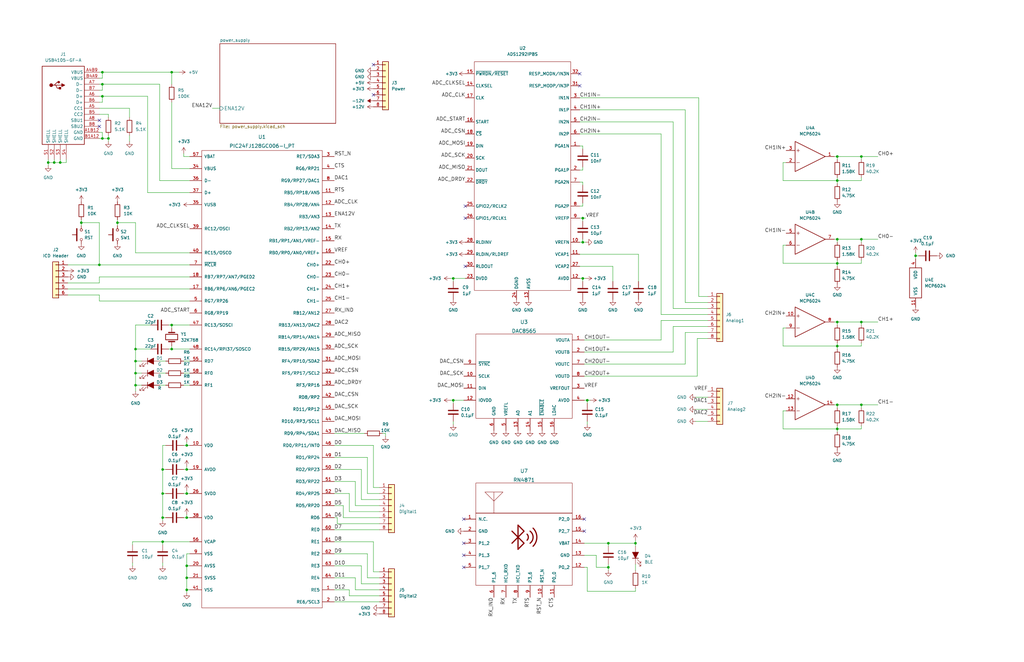
<source format=kicad_sch>
(kicad_sch (version 20211123) (generator eeschema)
  (paper "B")
  (title_block (title "USB Source/Measure Unit 2.0 Base") (date "2023-01-23") (company "Olin College"))
  (junction (at 57.15 157.48))
  (junction (at 78.74 198.12))
  (junction (at 256.54 239.395))
  (junction (at 78.74 208.28))
  (junction (at 256.54 229.235))
  (junction (at 45.72 58.42))
  (junction (at 68.58 228.6))
  (junction (at 267.97 229.235))
  (junction (at 25.4 68.58))
  (junction (at 78.74 248.92))
  (junction (at 353.06 66.04))
  (junction (at 353.06 135.89))
  (junction (at 41.91 111.76))
  (junction (at 49.53 93.98))
  (junction (at 245.745 117.475))
  (junction (at 43.18 30.48))
  (junction (at 68.58 208.28))
  (junction (at 68.58 198.12))
  (junction (at 34.29 93.98))
  (junction (at 353.06 111.125))
  (junction (at 353.06 146.05))
  (junction (at 68.58 218.44))
  (junction (at 191.135 117.475))
  (junction (at 247.65 168.91))
  (junction (at 191.135 168.91))
  (junction (at 78.74 187.96))
  (junction (at 43.18 58.42))
  (junction (at 363.22 135.89))
  (junction (at 72.39 137.16))
  (junction (at 72.39 30.48))
  (junction (at 353.06 100.965))
  (junction (at 353.06 76.2))
  (junction (at 363.22 100.965))
  (junction (at 57.15 162.56))
  (junction (at 57.15 152.4))
  (junction (at 78.74 238.76))
  (junction (at 78.74 243.84))
  (junction (at 363.22 170.815))
  (junction (at 245.745 102.235))
  (junction (at 353.06 170.815))
  (junction (at 72.39 147.32))
  (junction (at 353.06 180.975))
  (junction (at 363.22 66.04))
  (junction (at 78.74 218.44))
  (junction (at 22.86 68.58))
  (junction (at 20.32 68.58))
  (junction (at 57.15 147.32))
  (junction (at 245.745 92.075))
  (junction (at 43.18 40.64))
  (junction (at 43.18 35.56))
  (junction (at 386.08 107.95))
  (no_connect (at 195.58 239.395))
  (no_connect (at 41.91 53.34))
  (no_connect (at 41.91 50.8))
  (no_connect (at 195.58 229.235))
  (no_connect (at 195.58 219.075))
  (no_connect (at 246.38 219.075))
  (no_connect (at 246.38 224.155))
  (no_connect (at 196.215 86.995))
  (no_connect (at 196.215 112.395))
  (no_connect (at 244.475 31.115))
  (no_connect (at 244.475 36.195))
  (no_connect (at 196.215 92.075))
  (no_connect (at 157.48 27.305))
  (no_connect (at 157.48 40.005))
  (no_connect (at 195.58 234.315))
  (wire (pts (xy 78.74 186.69) (xy 78.74 187.96)))
  (wire (pts (xy 69.85 162.56) (xy 67.31 162.56)))
  (wire (pts (xy 191.135 170.18) (xy 191.135 168.91)))
  (wire (pts (xy 294.64 125.095) (xy 298.45 125.095)))
  (wire (pts (xy 363.22 135.89) (xy 363.22 137.16)))
  (wire (pts (xy 157.48 187.96) (xy 157.48 205.74)))
  (wire (pts (xy 245.745 71.755) (xy 245.745 70.485)))
  (wire (pts (xy 353.06 109.855) (xy 353.06 111.125)))
  (wire (pts (xy 45.72 49.53) (xy 45.72 48.26)))
  (wire (pts (xy 353.06 74.93) (xy 353.06 76.2)))
  (wire (pts (xy 246.38 158.75) (xy 294.005 158.75)))
  (wire (pts (xy 147.32 215.9) (xy 160.02 215.9)))
  (wire (pts (xy 77.47 208.28) (xy 78.74 208.28)))
  (wire (pts (xy 78.74 243.84) (xy 78.74 248.92)))
  (wire (pts (xy 68.58 198.12) (xy 68.58 208.28)))
  (wire (pts (xy 363.22 170.815) (xy 363.22 172.085)))
  (wire (pts (xy 154.94 243.84) (xy 160.02 243.84)))
  (wire (pts (xy 331.47 103.505) (xy 330.2 103.505)))
  (wire (pts (xy 283.845 137.795) (xy 298.45 137.795)))
  (wire (pts (xy 78.74 248.92) (xy 78.74 250.19)))
  (wire (pts (xy 351.79 66.04) (xy 353.06 66.04)))
  (wire (pts (xy 267.97 229.235) (xy 267.97 230.505)))
  (wire (pts (xy 351.79 100.965) (xy 353.06 100.965)))
  (wire (pts (xy 149.86 203.2) (xy 149.86 213.36)))
  (wire (pts (xy 27.94 68.58) (xy 25.4 68.58)))
  (wire (pts (xy 43.18 30.48) (xy 72.39 30.48)))
  (wire (pts (xy 41.91 119.38) (xy 41.91 116.84)))
  (wire (pts (xy 245.745 76.835) (xy 245.745 78.105)))
  (wire (pts (xy 353.06 135.89) (xy 363.22 135.89)))
  (wire (pts (xy 43.18 30.48) (xy 43.18 33.02)))
  (wire (pts (xy 72.39 147.32) (xy 72.39 146.05)))
  (wire (pts (xy 353.06 76.2) (xy 353.06 77.47)))
  (wire (pts (xy 57.15 137.16) (xy 57.15 147.32)))
  (wire (pts (xy 41.91 30.48) (xy 43.18 30.48)))
  (wire (pts (xy 288.925 127.635) (xy 298.45 127.635)))
  (wire (pts (xy 67.31 76.2) (xy 80.01 76.2)))
  (wire (pts (xy 69.85 157.48) (xy 67.31 157.48)))
  (wire (pts (xy 353.06 144.78) (xy 353.06 146.05)))
  (wire (pts (xy 72.39 30.48) (xy 75.565 30.48)))
  (wire (pts (xy 247.65 249.555) (xy 267.97 249.555)))
  (wire (pts (xy 43.18 40.64) (xy 43.18 43.18)))
  (wire (pts (xy 331.47 173.355) (xy 330.2 173.355)))
  (wire (pts (xy 41.91 40.64) (xy 43.18 40.64)))
  (wire (pts (xy 57.15 152.4) (xy 59.69 152.4)))
  (wire (pts (xy 288.925 46.355) (xy 288.925 127.635)))
  (wire (pts (xy 80.01 233.68) (xy 78.74 233.68)))
  (wire (pts (xy 140.97 213.36) (xy 144.78 213.36)))
  (wire (pts (xy 269.24 107.315) (xy 244.475 107.315)))
  (wire (pts (xy 41.91 58.42) (xy 43.18 58.42)))
  (wire (pts (xy 57.15 157.48) (xy 57.15 162.56)))
  (wire (pts (xy 363.22 74.93) (xy 363.22 76.2)))
  (wire (pts (xy 153.67 182.88) (xy 140.97 182.88)))
  (wire (pts (xy 331.47 138.43) (xy 330.2 138.43)))
  (wire (pts (xy 68.58 187.96) (xy 68.58 198.12)))
  (wire (pts (xy 363.22 144.78) (xy 363.22 146.05)))
  (wire (pts (xy 77.47 64.77) (xy 77.47 66.04)))
  (wire (pts (xy 49.53 92.71) (xy 49.53 93.98)))
  (wire (pts (xy 245.745 102.235) (xy 245.745 100.965)))
  (wire (pts (xy 363.22 66.04) (xy 363.22 67.31)))
  (wire (pts (xy 244.475 51.435) (xy 283.845 51.435)))
  (wire (pts (xy 293.37 172.72) (xy 298.45 172.72)))
  (wire (pts (xy 149.86 213.36) (xy 160.02 213.36)))
  (wire (pts (xy 147.32 251.46) (xy 160.02 251.46)))
  (wire (pts (xy 353.06 146.05) (xy 353.06 147.32)))
  (wire (pts (xy 283.845 148.59) (xy 283.845 137.795)))
  (wire (pts (xy 80.01 157.48) (xy 77.47 157.48)))
  (wire (pts (xy 330.2 76.2) (xy 353.06 76.2)))
  (wire (pts (xy 353.06 100.965) (xy 363.22 100.965)))
  (wire (pts (xy 54.61 49.53) (xy 54.61 45.72)))
  (wire (pts (xy 363.22 170.815) (xy 370.205 170.815)))
  (wire (pts (xy 244.475 102.235) (xy 245.745 102.235)))
  (wire (pts (xy 351.79 135.89) (xy 353.06 135.89)))
  (wire (pts (xy 28.575 119.38) (xy 41.91 119.38)))
  (wire (pts (xy 72.39 71.12) (xy 72.39 43.18)))
  (wire (pts (xy 256.54 229.235) (xy 267.97 229.235)))
  (wire (pts (xy 71.12 137.16) (xy 72.39 137.16)))
  (wire (pts (xy 140.97 208.28) (xy 147.32 208.28)))
  (wire (pts (xy 142.24 218.44) (xy 142.24 220.98)))
  (wire (pts (xy 245.745 86.995) (xy 245.745 85.725)))
  (wire (pts (xy 78.74 233.68) (xy 78.74 238.76)))
  (wire (pts (xy 353.06 170.815) (xy 353.06 172.085)))
  (wire (pts (xy 288.925 140.335) (xy 298.45 140.335)))
  (wire (pts (xy 246.38 153.67) (xy 288.925 153.67)))
  (wire (pts (xy 54.61 57.15) (xy 54.61 59.69)))
  (wire (pts (xy 80.01 243.84) (xy 78.74 243.84)))
  (wire (pts (xy 244.475 41.275) (xy 294.64 41.275)))
  (wire (pts (xy 57.15 137.16) (xy 63.5 137.16)))
  (wire (pts (xy 49.53 93.98) (xy 57.15 93.98)))
  (wire (pts (xy 244.475 71.755) (xy 245.745 71.755)))
  (wire (pts (xy 267.97 238.125) (xy 267.97 240.665)))
  (wire (pts (xy 57.15 162.56) (xy 59.69 162.56)))
  (wire (pts (xy 245.745 102.235) (xy 247.015 102.235)))
  (wire (pts (xy 55.88 237.49) (xy 55.88 238.76)))
  (wire (pts (xy 363.22 180.975) (xy 353.06 180.975)))
  (wire (pts (xy 269.24 118.745) (xy 269.24 107.315)))
  (wire (pts (xy 68.58 187.96) (xy 69.85 187.96)))
  (wire (pts (xy 140.97 228.6) (xy 157.48 228.6)))
  (wire (pts (xy 78.74 208.28) (xy 80.01 208.28)))
  (wire (pts (xy 140.97 187.96) (xy 157.48 187.96)))
  (wire (pts (xy 247.65 177.8) (xy 247.65 179.07)))
  (wire (pts (xy 140.97 223.52) (xy 160.02 223.52)))
  (wire (pts (xy 363.22 109.855) (xy 363.22 111.125)))
  (wire (pts (xy 363.22 135.89) (xy 370.205 135.89)))
  (wire (pts (xy 63.5 147.32) (xy 57.15 147.32)))
  (wire (pts (xy 256.54 239.395) (xy 256.54 240.665)))
  (wire (pts (xy 140.97 248.92) (xy 147.32 248.92)))
  (wire (pts (xy 244.475 76.835) (xy 245.745 76.835)))
  (wire (pts (xy 149.86 243.84) (xy 149.86 248.92)))
  (wire (pts (xy 144.78 213.36) (xy 144.78 218.44)))
  (wire (pts (xy 72.39 35.56) (xy 72.39 30.48)))
  (wire (pts (xy 154.94 193.04) (xy 154.94 208.28)))
  (wire (pts (xy 191.135 177.8) (xy 191.135 179.07)))
  (wire (pts (xy 256.54 230.505) (xy 256.54 229.235)))
  (wire (pts (xy 293.37 167.64) (xy 298.45 167.64)))
  (wire (pts (xy 386.08 106.68) (xy 386.08 107.95)))
  (wire (pts (xy 57.15 147.32) (xy 57.15 152.4)))
  (wire (pts (xy 69.85 218.44) (xy 68.58 218.44)))
  (wire (pts (xy 55.88 229.87) (xy 55.88 228.6)))
  (wire (pts (xy 41.91 38.1) (xy 43.18 38.1)))
  (wire (pts (xy 353.06 179.705) (xy 353.06 180.975)))
  (wire (pts (xy 353.06 111.125) (xy 353.06 112.395)))
  (wire (pts (xy 80.01 127) (xy 41.91 127)))
  (wire (pts (xy 330.2 138.43) (xy 330.2 146.05)))
  (wire (pts (xy 68.58 228.6) (xy 80.01 228.6)))
  (wire (pts (xy 353.06 66.04) (xy 353.06 67.31)))
  (wire (pts (xy 293.37 177.8) (xy 298.45 177.8)))
  (wire (pts (xy 80.01 152.4) (xy 77.47 152.4)))
  (wire (pts (xy 162.56 182.88) (xy 162.56 184.15)))
  (wire (pts (xy 78.74 198.12) (xy 80.01 198.12)))
  (wire (pts (xy 41.91 55.88) (xy 43.18 55.88)))
  (wire (pts (xy 77.47 198.12) (xy 78.74 198.12)))
  (wire (pts (xy 25.4 67.31) (xy 25.4 68.58)))
  (wire (pts (xy 331.47 68.58) (xy 330.2 68.58)))
  (wire (pts (xy 78.74 218.44) (xy 80.01 218.44)))
  (wire (pts (xy 247.65 239.395) (xy 247.65 249.555)))
  (wire (pts (xy 69.85 198.12) (xy 68.58 198.12)))
  (wire (pts (xy 330.2 103.505) (xy 330.2 111.125)))
  (wire (pts (xy 80.01 71.12) (xy 72.39 71.12)))
  (wire (pts (xy 72.39 147.32) (xy 80.01 147.32)))
  (wire (pts (xy 246.38 229.235) (xy 256.54 229.235)))
  (wire (pts (xy 57.15 152.4) (xy 57.15 157.48)))
  (wire (pts (xy 49.53 93.98) (xy 49.53 95.25)))
  (wire (pts (xy 71.12 147.32) (xy 72.39 147.32)))
  (wire (pts (xy 278.765 135.255) (xy 298.45 135.255)))
  (wire (pts (xy 78.74 238.76) (xy 78.74 243.84)))
  (wire (pts (xy 363.22 100.965) (xy 370.205 100.965)))
  (wire (pts (xy 41.91 35.56) (xy 43.18 35.56)))
  (wire (pts (xy 28.575 121.92) (xy 80.01 121.92)))
  (wire (pts (xy 57.15 106.68) (xy 80.01 106.68)))
  (wire (pts (xy 353.06 66.04) (xy 363.22 66.04)))
  (wire (pts (xy 80.01 248.92) (xy 78.74 248.92)))
  (wire (pts (xy 157.48 205.74) (xy 160.02 205.74)))
  (wire (pts (xy 77.47 66.04) (xy 80.01 66.04)))
  (wire (pts (xy 77.47 187.96) (xy 78.74 187.96)))
  (wire (pts (xy 41.91 124.46) (xy 28.575 124.46)))
  (wire (pts (xy 140.97 203.2) (xy 149.86 203.2)))
  (wire (pts (xy 142.24 220.98) (xy 160.02 220.98)))
  (wire (pts (xy 152.4 210.82) (xy 160.02 210.82)))
  (wire (pts (xy 45.72 57.15) (xy 45.72 58.42)))
  (wire (pts (xy 330.2 146.05) (xy 353.06 146.05)))
  (wire (pts (xy 54.61 45.72) (xy 41.91 45.72)))
  (wire (pts (xy 41.91 111.76) (xy 80.01 111.76)))
  (wire (pts (xy 147.32 208.28) (xy 147.32 215.9)))
  (wire (pts (xy 22.86 67.31) (xy 22.86 68.58)))
  (wire (pts (xy 149.86 248.92) (xy 160.02 248.92)))
  (wire (pts (xy 78.74 207.01) (xy 78.74 208.28)))
  (wire (pts (xy 247.65 170.18) (xy 247.65 168.91)))
  (wire (pts (xy 353.06 100.965) (xy 353.06 102.235)))
  (wire (pts (xy 157.48 241.3) (xy 160.02 241.3)))
  (wire (pts (xy 67.31 35.56) (xy 67.31 76.2)))
  (wire (pts (xy 330.2 111.125) (xy 353.06 111.125)))
  (wire (pts (xy 68.58 229.87) (xy 68.58 228.6)))
  (wire (pts (xy 20.32 67.31) (xy 20.32 68.58)))
  (wire (pts (xy 353.06 180.975) (xy 353.06 182.245)))
  (wire (pts (xy 363.22 146.05) (xy 353.06 146.05)))
  (wire (pts (xy 245.745 61.595) (xy 245.745 62.865)))
  (wire (pts (xy 294.005 158.75) (xy 294.005 142.875)))
  (wire (pts (xy 77.47 218.44) (xy 78.74 218.44)))
  (wire (pts (xy 191.135 117.475) (xy 196.215 117.475)))
  (wire (pts (xy 244.475 92.075) (xy 245.745 92.075)))
  (wire (pts (xy 78.74 196.85) (xy 78.74 198.12)))
  (wire (pts (xy 59.69 157.48) (xy 57.15 157.48)))
  (wire (pts (xy 246.38 234.315) (xy 251.46 234.315)))
  (wire (pts (xy 55.88 228.6) (xy 68.58 228.6)))
  (wire (pts (xy 89.535 45.72) (xy 92.71 45.72)))
  (wire (pts (xy 25.4 68.58) (xy 22.86 68.58)))
  (wire (pts (xy 245.745 92.075) (xy 245.745 93.345)))
  (wire (pts (xy 68.58 237.49) (xy 68.58 238.76)))
  (wire (pts (xy 41.91 33.02) (xy 43.18 33.02)))
  (wire (pts (xy 140.97 233.68) (xy 154.94 233.68)))
  (wire (pts (xy 246.38 143.51) (xy 278.765 143.51)))
  (wire (pts (xy 45.72 58.42) (xy 45.72 59.69)))
  (wire (pts (xy 69.85 208.28) (xy 68.58 208.28)))
  (wire (pts (xy 294.64 41.275) (xy 294.64 125.095)))
  (wire (pts (xy 278.765 56.515) (xy 278.765 132.715)))
  (wire (pts (xy 386.08 107.95) (xy 387.35 107.95)))
  (wire (pts (xy 251.46 239.395) (xy 256.54 239.395)))
  (wire (pts (xy 294.005 142.875) (xy 298.45 142.875)))
  (wire (pts (xy 245.745 117.475) (xy 247.015 117.475)))
  (wire (pts (xy 69.85 152.4) (xy 67.31 152.4)))
  (wire (pts (xy 43.18 40.64) (xy 62.23 40.64)))
  (wire (pts (xy 68.58 208.28) (xy 68.58 218.44)))
  (wire (pts (xy 256.54 238.125) (xy 256.54 239.395)))
  (wire (pts (xy 244.475 86.995) (xy 245.745 86.995)))
  (wire (pts (xy 140.97 238.76) (xy 152.4 238.76)))
  (wire (pts (xy 330.2 68.58) (xy 330.2 76.2)))
  (wire (pts (xy 72.39 138.43) (xy 72.39 137.16)))
  (wire (pts (xy 41.91 43.18) (xy 43.18 43.18)))
  (wire (pts (xy 278.765 132.715) (xy 298.45 132.715)))
  (wire (pts (xy 80.01 238.76) (xy 78.74 238.76)))
  (wire (pts (xy 258.445 112.395) (xy 244.475 112.395)))
  (wire (pts (xy 246.38 239.395) (xy 247.65 239.395)))
  (wire (pts (xy 157.48 228.6) (xy 157.48 241.3)))
  (wire (pts (xy 147.32 248.92) (xy 147.32 251.46)))
  (wire (pts (xy 267.97 227.965) (xy 267.97 229.235)))
  (wire (pts (xy 43.18 35.56) (xy 43.18 38.1)))
  (wire (pts (xy 154.94 233.68) (xy 154.94 243.84)))
  (wire (pts (xy 244.475 117.475) (xy 245.745 117.475)))
  (wire (pts (xy 43.18 55.88) (xy 43.18 58.42)))
  (wire (pts (xy 41.91 48.26) (xy 45.72 48.26)))
  (wire (pts (xy 363.22 66.04) (xy 370.205 66.04)))
  (wire (pts (xy 68.58 218.44) (xy 68.58 219.71)))
  (wire (pts (xy 267.97 249.555) (xy 267.97 248.285)))
  (wire (pts (xy 191.135 168.91) (xy 195.58 168.91)))
  (wire (pts (xy 41.91 127) (xy 41.91 124.46)))
  (wire (pts (xy 189.865 168.91) (xy 191.135 168.91)))
  (wire (pts (xy 353.06 135.89) (xy 353.06 137.16)))
  (wire (pts (xy 34.29 92.71) (xy 34.29 93.98)))
  (wire (pts (xy 244.475 46.355) (xy 288.925 46.355)))
  (wire (pts (xy 330.2 173.355) (xy 330.2 180.975)))
  (wire (pts (xy 246.38 168.91) (xy 247.65 168.91)))
  (wire (pts (xy 189.865 117.475) (xy 191.135 117.475)))
  (wire (pts (xy 258.445 118.745) (xy 258.445 112.395)))
  (wire (pts (xy 27.94 67.31) (xy 27.94 68.58)))
  (wire (pts (xy 330.2 180.975) (xy 353.06 180.975)))
  (wire (pts (xy 78.74 217.17) (xy 78.74 218.44)))
  (wire (pts (xy 246.38 148.59) (xy 283.845 148.59)))
  (wire (pts (xy 140.97 193.04) (xy 154.94 193.04)))
  (wire (pts (xy 43.18 58.42) (xy 45.72 58.42)))
  (wire (pts (xy 41.91 116.84) (xy 80.01 116.84)))
  (wire (pts (xy 251.46 234.315) (xy 251.46 239.395)))
  (wire (pts (xy 62.23 40.64) (xy 62.23 81.28)))
  (wire (pts (xy 72.39 137.16) (xy 80.01 137.16)))
  (wire (pts (xy 244.475 61.595) (xy 245.745 61.595)))
  (wire (pts (xy 43.18 35.56) (xy 67.31 35.56)))
  (wire (pts (xy 245.745 92.075) (xy 247.015 92.075)))
  (wire (pts (xy 140.97 243.84) (xy 149.86 243.84)))
  (wire (pts (xy 152.4 246.38) (xy 160.02 246.38)))
  (wire (pts (xy 144.78 218.44) (xy 160.02 218.44)))
  (wire (pts (xy 140.97 198.12) (xy 152.4 198.12)))
  (wire (pts (xy 283.845 130.175) (xy 298.45 130.175)))
  (wire (pts (xy 78.74 187.96) (xy 80.01 187.96)))
  (wire (pts (xy 353.06 170.815) (xy 363.22 170.815)))
  (wire (pts (xy 80.01 162.56) (xy 77.47 162.56)))
  (wire (pts (xy 386.08 107.95) (xy 386.08 109.22)))
  (wire (pts (xy 140.97 254) (xy 160.02 254)))
  (wire (pts (xy 247.65 168.91) (xy 248.92 168.91)))
  (wire (pts (xy 28.575 111.76) (xy 41.91 111.76)))
  (wire (pts (xy 140.97 218.44) (xy 142.24 218.44)))
  (wire (pts (xy 161.29 182.88) (xy 162.56 182.88)))
  (wire (pts (xy 191.135 117.475) (xy 191.135 118.745)))
  (wire (pts (xy 62.23 81.28) (xy 80.01 81.28)))
  (wire (pts (xy 363.22 76.2) (xy 353.06 76.2)))
  (wire (pts (xy 154.94 208.28) (xy 160.02 208.28)))
  (wire (pts (xy 41.91 93.98) (xy 41.91 111.76)))
  (wire (pts (xy 363.22 100.965) (xy 363.22 102.235)))
  (wire (pts (xy 278.765 143.51) (xy 278.765 135.255)))
  (wire (pts (xy 351.79 170.815) (xy 353.06 170.815)))
  (wire (pts (xy 244.475 56.515) (xy 278.765 56.515)))
  (wire (pts (xy 363.22 111.125) (xy 353.06 111.125)))
  (wire (pts (xy 152.4 238.76) (xy 152.4 246.38)))
  (wire (pts (xy 20.32 68.58) (xy 22.86 68.58)))
  (wire (pts (xy 152.4 198.12) (xy 152.4 210.82)))
  (wire (pts (xy 34.29 93.98) (xy 34.29 95.25)))
  (wire (pts (xy 288.925 153.67) (xy 288.925 140.335)))
  (wire (pts (xy 57.15 93.98) (xy 57.15 106.68)))
  (wire (pts (xy 57.15 162.56) (xy 57.15 165.1)))
  (wire (pts (xy 34.29 93.98) (xy 41.91 93.98)))
  (wire (pts (xy 283.845 51.435) (xy 283.845 130.175)))
  (wire (pts (xy 245.745 117.475) (xy 245.745 118.745)))
  (wire (pts (xy 20.32 68.58) (xy 20.32 69.85)))
  (wire (pts (xy 363.22 179.705) (xy 363.22 180.975)))
  (label "DAC_MISO" (at 140.97 182.88 0) (effects (font (size 1.524 1.524))))
  (label "ADC_START" (at 196.215 51.435 180) (effects (font (size 1.524 1.524))))
  (label "D9" (at 140.97 233.68 0) (effects (font (size 1.524 1.524))))
  (label "D13" (at 140.97 254 0) (effects (font (size 1.524 1.524))))
  (label "DAC1" (at 298.45 170.18 180) (effects (font (size 1.524 1.524))))
  (label "CH2IN-" (at 244.475 51.435 0) (effects (font (size 1.524 1.524))))
  (label "CH0+" (at 140.97 111.76 0) (effects (font (size 1.524 1.524))))
  (label "CH2IN+" (at 244.475 56.515 0) (effects (font (size 1.524 1.524))))
  (label "DAC2" (at 140.97 137.16 0) (effects (font (size 1.524 1.524))))
  (label "RX" (at 140.97 101.6 0) (effects (font (size 1.524 1.524))))
  (label "ADC_MISO" (at 196.215 71.755 180) (effects (font (size 1.524 1.524))))
  (label "ADC_CLK" (at 140.97 86.36 0) (effects (font (size 1.524 1.524))))
  (label "D7" (at 140.97 223.52 0) (effects (font (size 1.524 1.524))))
  (label "VREF" (at 247.015 92.075 0) (effects (font (size 1.524 1.524))))
  (label "DAC_SCK" (at 195.58 158.75 180) (effects (font (size 1.524 1.524))))
  (label "DAC_CSN" (at 140.97 167.64 0) (effects (font (size 1.524 1.524))))
  (label "CH1IN-" (at 244.475 41.275 0) (effects (font (size 1.524 1.524))))
  (label "ADC_CLKSEL" (at 196.215 36.195 180) (effects (font (size 1.524 1.524))))
  (label "DAC_SCK" (at 140.97 172.72 0) (effects (font (size 1.524 1.524))))
  (label "D12" (at 140.97 248.92 0) (effects (font (size 1.524 1.524))))
  (label "TX" (at 140.97 96.52 0) (effects (font (size 1.524 1.524))))
  (label "D0" (at 140.97 187.96 0) (effects (font (size 1.524 1.524))))
  (label "DAC_MOSI" (at 195.58 163.83 180) (effects (font (size 1.524 1.524))))
  (label "RTS" (at 140.97 81.28 0) (effects (font (size 1.524 1.524))))
  (label "D4" (at 140.97 208.28 0) (effects (font (size 1.524 1.524))))
  (label "RX_IND" (at 208.28 252.095 270) (effects (font (size 1.524 1.524))))
  (label "ADC_CSN" (at 140.97 157.48 0) (effects (font (size 1.524 1.524))))
  (label "CH1-" (at 140.97 127 0) (effects (font (size 1.524 1.524))))
  (label "DAC2" (at 298.45 175.26 180) (effects (font (size 1.524 1.524))))
  (label "CH1IN+" (at 331.47 63.5 180) (effects (font (size 1.524 1.524))))
  (label "VREF" (at 140.97 106.68 0) (effects (font (size 1.524 1.524))))
  (label "D10" (at 140.97 238.76 0) (effects (font (size 1.524 1.524))))
  (label "CTS" (at 233.68 252.095 270) (effects (font (size 1.524 1.524))))
  (label "VREF" (at 246.38 163.83 0) (effects (font (size 1.524 1.524))))
  (label "CH1IN+" (at 244.475 46.355 0) (effects (font (size 1.524 1.524))))
  (label "D8" (at 140.97 228.6 0) (effects (font (size 1.524 1.524))))
  (label "CH0+" (at 370.205 66.04 0) (effects (font (size 1.524 1.524))))
  (label "RST_N" (at 228.6 252.095 270) (effects (font (size 1.524 1.524))))
  (label "CH1+" (at 140.97 121.92 0) (effects (font (size 1.524 1.524))))
  (label "RST_N" (at 140.97 66.04 0) (effects (font (size 1.524 1.524))))
  (label "CH2OUT+" (at 246.38 158.75 0) (effects (font (size 1.524 1.524))))
  (label "CH0-" (at 370.205 100.965 0) (effects (font (size 1.524 1.524))))
  (label "CTS" (at 140.97 71.12 0) (effects (font (size 1.524 1.524))))
  (label "CH2IN+" (at 331.47 133.35 180) (effects (font (size 1.524 1.524))))
  (label "CH1-" (at 370.205 170.815 0) (effects (font (size 1.524 1.524))))
  (label "ENA12V" (at 89.535 45.72 180) (effects (font (size 1.524 1.524))))
  (label "ADC_CSN" (at 196.215 56.515 180) (effects (font (size 1.524 1.524))))
  (label "ADC_CLKSEL" (at 80.01 96.52 180) (effects (font (size 1.524 1.524))))
  (label "D11" (at 140.97 243.84 0) (effects (font (size 1.524 1.524))))
  (label "RTS" (at 223.52 252.095 270) (effects (font (size 1.524 1.524))))
  (label "CH0-" (at 140.97 116.84 0) (effects (font (size 1.524 1.524))))
  (label "TX" (at 218.44 252.095 270) (effects (font (size 1.524 1.524))))
  (label "CH2IN-" (at 331.47 168.275 180) (effects (font (size 1.524 1.524))))
  (label "ENA12V" (at 140.97 91.44 0) (effects (font (size 1.524 1.524))))
  (label "ADC_SCK" (at 196.215 66.675 180) (effects (font (size 1.524 1.524))))
  (label "ADC_CLK" (at 196.215 41.275 180) (effects (font (size 1.524 1.524))))
  (label "CH2OUT-" (at 246.38 153.67 0) (effects (font (size 1.524 1.524))))
  (label "ADC_DRDY" (at 196.215 76.835 180) (effects (font (size 1.524 1.524))))
  (label "ADC_START" (at 80.01 132.08 180) (effects (font (size 1.524 1.524))))
  (label "D2" (at 140.97 198.12 0) (effects (font (size 1.524 1.524))))
  (label "ADC_SCK" (at 140.97 147.32 0) (effects (font (size 1.524 1.524))))
  (label "CH1OUT+" (at 246.38 148.59 0) (effects (font (size 1.524 1.524))))
  (label "ADC_MOSI" (at 140.97 152.4 0) (effects (font (size 1.524 1.524))))
  (label "D1" (at 140.97 193.04 0) (effects (font (size 1.524 1.524))))
  (label "ADC_MISO" (at 140.97 142.24 0) (effects (font (size 1.524 1.524))))
  (label "CH1OUT-" (at 246.38 143.51 0) (effects (font (size 1.524 1.524))))
  (label "DAC1" (at 140.97 76.2 0) (effects (font (size 1.524 1.524))))
  (label "RX" (at 213.36 252.095 270) (effects (font (size 1.524 1.524))))
  (label "ADC_MOSI" (at 196.215 61.595 180) (effects (font (size 1.524 1.524))))
  (label "VREF" (at 298.45 165.1 180) (effects (font (size 1.524 1.524))))
  (label "DAC_MOSI" (at 140.97 177.8 0) (effects (font (size 1.524 1.524))))
  (label "DAC_CSN" (at 195.58 153.67 180) (effects (font (size 1.524 1.524))))
  (label "D6" (at 140.97 218.44 0) (effects (font (size 1.524 1.524))))
  (label "CH1+" (at 370.205 135.89 0) (effects (font (size 1.524 1.524))))
  (label "RX_IND" (at 140.97 132.08 0) (effects (font (size 1.524 1.524))))
  (label "D3" (at 140.97 203.2 0) (effects (font (size 1.524 1.524))))
  (label "ADC_DRDY" (at 140.97 162.56 0) (effects (font (size 1.524 1.524))))
  (label "CH1IN-" (at 331.47 98.425 180) (effects (font (size 1.524 1.524))))
  (label "D5" (at 140.97 213.36 0) (effects (font (size 1.524 1.524))))
  (symbol (lib_id "Device:C") (at 245.745 81.915 0) (unit 1)
    (property "Reference" "C12" (at 248.92 80.6449 0) (effects (justify left)))
    (property "Value" "10nF" (at 248.92 83.1849 0) (effects (justify left)))
    (property "Footprint" "Capacitor_SMD:C_0603_1608Metric" (effects hide))
  )
  (symbol (lib_id "power:GND") (at 68.58 238.76 0) (unit 1)
    (property "Reference" "#PWR013" (effects hide))
    (property "Value" "GND" (at 68.58 243.84 0))
  )
  (symbol (lib_id "Device:R") (at 353.06 140.97 0) (unit 1)
    (property "Reference" "R15" (at 354.965 139.6999 0) (effects (justify left)))
    (property "Value" "1.58K" (at 354.965 142.2399 0) (effects (justify left)))
    (property "Footprint" "Resistor_SMD:R_0603_1608Metric" (effects hide))
  )
  (symbol (lib_id "power:+3V3") (at 34.29 85.09 0) (unit 1)
    (property "Reference" "#PWR04" (effects hide))
    (property "Value" "+3V3" (at 34.29 80.01 0))
  )
  (symbol (lib_id "power:GND") (at 353.06 189.865 0) (unit 1)
    (property "Reference" "#PWR062" (effects hide))
    (property "Value" "GND" (at 353.06 194.31 0))
  )
  (symbol (lib_id "Eclectronics:MCP6024") (at 340.36 100.965 0) (unit 2)
    (property "Reference" "U4" (at 341.63 89.535 0))
    (property "Value" "MCP6024" (at 341.63 92.075 0))
    (property "Footprint" "Package_SO:TSSOP-14_4.4x5mm_P0.65mm" (effects hide))
  )
  (symbol (lib_id "Eclectronics:MCP6024") (at 340.36 135.89 0) (unit 3)
    (property "Reference" "U4" (at 341.63 124.46 0))
    (property "Value" "MCP6024" (at 341.63 127 0))
    (property "Footprint" "Package_SO:TSSOP-14_4.4x5mm_P0.65mm" (effects hide))
  )
  (symbol (lib_id "Eclectronics:MCP6024") (at 386.08 119.38 0) (unit 5)
    (property "Reference" "U4" (at 389.89 118.1099 0) (effects (justify left)))
    (property "Value" "MCP6024" (at 389.89 120.6499 0) (effects (justify left)))
    (property "Footprint" "Package_SO:TSSOP-14_4.4x5mm_P0.65mm" (effects hide))
  )
  (symbol (lib_id "Device:R") (at 353.06 175.895 0) (unit 1)
    (property "Reference" "R17" (at 354.965 174.6249 0) (effects (justify left)))
    (property "Value" "1.58K" (at 354.965 177.1649 0) (effects (justify left)))
    (property "Footprint" "Resistor_SMD:R_0603_1608Metric" (effects hide))
  )
  (symbol (lib_id "Device:R") (at 363.22 106.045 0) (unit 1)
    (property "Reference" "R20" (at 365.125 104.7749 0) (effects (justify left)))
    (property "Value" "40.2K" (at 365.125 107.3149 0) (effects (justify left)))
    (property "Footprint" "Resistor_SMD:R_0603_1608Metric" (effects hide))
  )
  (symbol (lib_id "Device:R") (at 353.06 116.205 0) (unit 1)
    (property "Reference" "R14" (at 354.965 114.9349 0) (effects (justify left)))
    (property "Value" "4.75K" (at 354.965 117.4749 0) (effects (justify left)))
    (property "Footprint" "Resistor_SMD:R_0603_1608Metric" (effects hide))
  )
  (symbol (lib_id "power:+3V3") (at 160.02 259.08 90) (unit 1)
    (property "Reference" "#PWR029" (effects hide))
    (property "Value" "+3V3" (at 156.21 259.0799 90) (effects (justify left)))
  )
  (symbol (lib_id "Device:R") (at 72.39 39.37 0) (unit 1)
    (property "Reference" "R5" (at 74.93 38.0999 0) (effects (justify left)))
    (property "Value" "100K" (at 74.93 40.6399 0) (effects (justify left)))
    (property "Footprint" "Resistor_SMD:R_0603_1608Metric" (effects hide))
  )
  (symbol (lib_id "power:GND") (at 45.72 59.69 0) (unit 1)
    (property "Reference" "#PWR06" (effects hide))
    (property "Value" "GND" (at 45.72 64.77 0))
  )
  (symbol (lib_id "power:GND") (at 386.08 129.54 0) (unit 1)
    (property "Reference" "#PWR064" (effects hide))
    (property "Value" "GND" (at 386.08 134.62 0))
  )
  (symbol (lib_id "power:+3V3") (at 189.865 168.91 90) (unit 1)
    (property "Reference" "#PWR032" (effects hide))
    (property "Value" "+3V3" (at 186.055 168.9099 90) (effects (justify left)))
  )
  (symbol (lib_id "power:GND") (at 208.28 181.61 0) (unit 1)
    (property "Reference" "#PWR039" (effects hide))
    (property "Value" "GND" (at 208.28 186.69 0))
  )
  (symbol (lib_id "power:+3V3") (at 157.48 37.465 90) (unit 1)
    (property "Reference" "#PWR025" (effects hide))
    (property "Value" "+3V3" (at 153.67 37.4649 90) (effects (justify left)))
  )
  (symbol (lib_id "power:+3V3") (at 196.215 107.315 90) (unit 1)
    (property "Reference" "#PWR038" (effects hide))
    (property "Value" "+3V3" (at 193.04 107.3149 90) (effects (justify left)))
  )
  (symbol (lib_id "power:GND") (at 269.24 126.365 0) (unit 1)
    (property "Reference" "#PWR055" (effects hide))
    (property "Value" "GND" (at 269.24 130.81 0))
  )
  (symbol (lib_id "power:+3V3") (at 80.01 86.36 90) (unit 1)
    (property "Reference" "#PWR021" (effects hide))
    (property "Value" "+3V3" (at 76.2 86.3599 90) (effects (justify left)))
  )
  (symbol (lib_id "power:+5V") (at 157.48 34.925 90) (unit 1)
    (property "Reference" "#PWR024" (effects hide))
    (property "Value" "+5V" (at 153.67 34.9249 90) (effects (justify left)))
  )
  (symbol (lib_id "Device:R") (at 353.06 106.045 0) (unit 1)
    (property "Reference" "R13" (at 354.965 104.7749 0) (effects (justify left)))
    (property "Value" "1.58K" (at 354.965 107.3149 0) (effects (justify left)))
    (property "Footprint" "Resistor_SMD:R_0603_1608Metric" (effects hide))
  )
  (symbol (lib_id "Connector_Generic:Conn_01x08") (at 162.56 34.925 0) (unit 1)
    (property "Reference" "J3" (at 165.1 34.9249 0) (effects (justify left)))
    (property "Value" "Power" (at 165.1 37.4649 0) (effects (justify left)))
    (property "Footprint" "Connector_PinSocket_2.54mm:PinSocket_1x08_P2.54mm_Vertical" (effects hide))
  )
  (symbol (lib_id "Device:C") (at 73.66 187.96 90) (unit 1)
    (property "Reference" "C5" (at 73.66 181.61 90))
    (property "Value" "0.1µF" (at 73.66 184.15 90))
    (property "Footprint" "Capacitor_SMD:C_0603_1608Metric" (effects hide))
  )
  (symbol (lib_id "power:+3V3") (at 28.575 114.3 270) (unit 1)
    (property "Reference" "#PWR02" (effects hide))
    (property "Value" "+3V3" (at 32.385 114.2999 90) (effects (justify left)))
  )
  (symbol (lib_id "power:+12V") (at 157.48 45.085 90) (unit 1)
    (property "Reference" "#PWR026" (effects hide))
    (property "Value" "+12V" (at 153.67 45.0849 90) (effects (justify left)))
  )
  (symbol (lib_id "power:GND") (at 247.015 102.235 90) (unit 1)
    (property "Reference" "#PWR048" (effects hide))
    (property "Value" "GND" (at 250.19 102.2349 90) (effects (justify right)))
  )
  (symbol (lib_id "power:+3V3") (at 196.215 102.235 90) (unit 1)
    (property "Reference" "#PWR037" (effects hide))
    (property "Value" "+3V3" (at 193.04 102.2349 90) (effects (justify left)))
  )
  (symbol (lib_id "power:GND") (at 353.06 154.94 0) (unit 1)
    (property "Reference" "#PWR061" (effects hide))
    (property "Value" "GND" (at 353.06 159.385 0))
  )
  (symbol (lib_id "power:GND") (at 191.135 179.07 0) (unit 1)
    (property "Reference" "#PWR034" (effects hide))
    (property "Value" "GND" (at 191.135 183.515 0))
  )
  (symbol (lib_id "Device:LED_Filled") (at 63.5 152.4 0) (unit 1)
    (property "Reference" "D1" (at 67.31 151.13 0))
    (property "Value" "G" (at 67.31 153.67 0))
    (property "Footprint" "LED_SMD:LED_0805_2012Metric" (effects hide))
  )
  (symbol (lib_id "Device:C") (at 191.135 122.555 0) (unit 1)
    (property "Reference" "C9" (at 194.945 121.2849 0) (effects (justify left)))
    (property "Value" "1µF" (at 194.945 123.8249 0) (effects (justify left)))
    (property "Footprint" "Capacitor_SMD:C_0603_1608Metric" (effects hide))
  )
  (symbol (lib_id "Device:R") (at 73.66 162.56 90) (unit 1)
    (property "Reference" "R8" (at 78.74 158.75 90))
    (property "Value" "1K" (at 78.74 161.29 90))
    (property "Footprint" "Resistor_SMD:R_0603_1608Metric" (effects hide))
  )
  (symbol (lib_id "power:GND") (at 213.36 181.61 0) (unit 1)
    (property "Reference" "#PWR040" (effects hide))
    (property "Value" "GND" (at 213.36 186.69 0))
  )
  (symbol (lib_id "Device:R") (at 363.22 140.97 0) (unit 1)
    (property "Reference" "R21" (at 365.125 139.6999 0) (effects (justify left)))
    (property "Value" "40.2K" (at 365.125 142.2399 0) (effects (justify left)))
    (property "Footprint" "Resistor_SMD:R_0603_1608Metric" (effects hide))
  )
  (symbol (lib_id "power:GND") (at 191.135 126.365 0) (unit 1)
    (property "Reference" "#PWR033" (effects hide))
    (property "Value" "GND" (at 191.135 130.81 0))
  )
  (symbol (lib_id "power:GND") (at 228.6 181.61 0) (unit 1)
    (property "Reference" "#PWR045" (effects hide))
    (property "Value" "GND" (at 228.6 186.69 0))
  )
  (symbol (lib_id "Connector_Generic:Conn_01x06") (at 23.495 116.84 0) (mirror y) (unit 1)
    (property "Reference" "J2" (at 23.495 105.41 0))
    (property "Value" "ICD Header" (at 23.495 107.95 0))
    (property "Footprint" "Eclectronics:ICD3_header" (effects hide))
  )
  (symbol (lib_id "Device:C") (at 258.445 122.555 0) (unit 1)
    (property "Reference" "C17" (at 262.255 121.2849 0) (effects (justify left)))
    (property "Value" "1µF" (at 262.255 123.8249 0) (effects (justify left)))
    (property "Footprint" "Capacitor_SMD:C_0603_1608Metric" (effects hide))
  )
  (symbol (lib_id "Device:C") (at 245.745 122.555 0) (unit 1)
    (property "Reference" "C14" (at 249.555 121.2849 0) (effects (justify left)))
    (property "Value" "1µF" (at 249.555 123.8249 0) (effects (justify left)))
    (property "Footprint" "Capacitor_SMD:C_0603_1608Metric" (effects hide))
  )
  (symbol (lib_id "Eclectronics:SW") (at 49.53 99.06 0) (unit 1)
    (property "Reference" "S2" (at 50.8 97.7899 0) (effects (justify left)))
    (property "Value" "SW1" (at 50.8 100.3299 0) (effects (justify left)))
    (property "Footprint" "Eclectronics:TL3301AFxxxxJ" (effects hide))
  )
  (symbol (lib_id "power:GND") (at 353.06 85.09 0) (unit 1)
    (property "Reference" "#PWR059" (effects hide))
    (property "Value" "GND" (at 353.06 89.535 0))
  )
  (symbol (lib_id "Device:LED_Filled") (at 63.5 162.56 0) (unit 1)
    (property "Reference" "D3" (at 67.31 161.29 0))
    (property "Value" "R" (at 67.31 163.83 0))
    (property "Footprint" "LED_SMD:LED_0805_2012Metric" (effects hide))
  )
  (symbol (lib_id "Eclectronics:SW") (at 34.29 99.06 0) (unit 1)
    (property "Reference" "S1" (at 35.56 97.7899 0) (effects (justify left)))
    (property "Value" "RST" (at 35.56 100.3299 0) (effects (justify left)))
    (property "Footprint" "Eclectronics:TL3301NFxxxxJ" (effects hide))
  )
  (symbol (lib_id "Device:LED_Filled") (at 267.97 234.315 90) (unit 1)
    (property "Reference" "D4" (at 271.78 234.6324 90) (effects (justify right)))
    (property "Value" "BLE" (at 271.78 237.1724 90) (effects (justify right)))
    (property "Footprint" "LED_SMD:LED_0805_2012Metric" (effects hide))
  )
  (symbol (lib_id "power:+3V3") (at 49.53 85.09 0) (unit 1)
    (property "Reference" "#PWR07" (effects hide))
    (property "Value" "+3V3" (at 49.53 80.01 0))
  )
  (symbol (lib_id "Device:LED_Filled") (at 63.5 157.48 0) (unit 1)
    (property "Reference" "D2" (at 67.31 156.21 0))
    (property "Value" "B" (at 67.31 158.75 0))
    (property "Footprint" "LED_SMD:LED_0805_2012Metric" (effects hide))
  )
  (symbol (lib_id "power:GND") (at 162.56 184.15 0) (unit 1)
    (property "Reference" "#PWR030" (effects hide))
    (property "Value" "GND" (at 162.56 188.595 0))
  )
  (symbol (lib_id "Eclectronics:USB4105-GF-A") (at 26.67 44.45 0) (unit 1)
    (property "Reference" "J1" (at 26.67 22.86 0))
    (property "Value" "USB4105-GF-A" (at 26.67 25.4 0))
    (property "Footprint" "Eclectronics:USB4105-GF-A" (effects hide))
  )
  (symbol (lib_id "power:+3V3") (at 78.74 186.69 0) (unit 1)
    (property "Reference" "#PWR016" (effects hide))
    (property "Value" "+3V3" (at 78.74 181.61 0))
  )
  (symbol (lib_id "power:GND") (at 394.97 107.95 90) (unit 1)
    (property "Reference" "#PWR065" (effects hide))
    (property "Value" "GND" (at 398.78 107.9499 90) (effects (justify right)))
  )
  (symbol (lib_id "power:GND") (at 55.88 238.76 0) (unit 1)
    (property "Reference" "#PWR010" (effects hide))
    (property "Value" "GND" (at 55.88 243.84 0))
  )
  (symbol (lib_id "power:GND") (at 223.52 181.61 0) (unit 1)
    (property "Reference" "#PWR044" (effects hide))
    (property "Value" "GND" (at 223.52 186.69 0))
  )
  (symbol (lib_id "power:GND") (at 258.445 126.365 0) (unit 1)
    (property "Reference" "#PWR053" (effects hide))
    (property "Value" "GND" (at 258.445 130.81 0))
  )
  (symbol (lib_id "power:+3V3") (at 196.215 31.115 90) (unit 1)
    (property "Reference" "#PWR036" (effects hide))
    (property "Value" "+3V3" (at 193.04 31.1149 90) (effects (justify left)))
  )
  (symbol (lib_id "power:GND") (at 293.37 172.72 270) (unit 1)
    (property "Reference" "#PWR057" (effects hide))
    (property "Value" "GND" (at 289.56 172.7199 90) (effects (justify right)))
  )
  (symbol (lib_id "Device:C") (at 191.135 173.99 0) (unit 1)
    (property "Reference" "C10" (at 194.31 172.7199 0) (effects (justify left)))
    (property "Value" "0.1µF" (at 194.31 175.2599 0) (effects (justify left)))
    (property "Footprint" "Capacitor_SMD:C_0603_1608Metric" (effects hide))
  )
  (symbol (lib_id "Eclectronics:DAC8565") (at 220.98 158.75 0) (unit 1)
    (property "Reference" "U3" (at 220.98 135.89 0) (effects (font (size 1.524 1.524))))
    (property "Value" "DAC8565" (at 220.98 139.7 0) (effects (font (size 1.524 1.524))))
    (property "Footprint" "Package_SO:TSSOP-16_4.4x5mm_P0.65mm" (effects hide))
  )
  (symbol (lib_id "Connector_Generic:Conn_01x06") (at 303.53 170.18 0) (unit 1)
    (property "Reference" "J7" (at 306.705 170.1799 0) (effects (justify left)))
    (property "Value" "Analog2" (at 306.705 172.7199 0) (effects (justify left)))
    (property "Footprint" "Connector_PinSocket_2.54mm:PinSocket_1x06_P2.54mm_Vertical" (effects hide))
  )
  (symbol (lib_id "Device:R") (at 363.22 175.895 0) (unit 1)
    (property "Reference" "R22" (at 365.125 174.6249 0) (effects (justify left)))
    (property "Value" "40.2K" (at 365.125 177.1649 0) (effects (justify left)))
    (property "Footprint" "Resistor_SMD:R_0603_1608Metric" (effects hide))
  )
  (symbol (lib_id "power:GND") (at 293.37 167.64 270) (unit 1)
    (property "Reference" "#PWR056" (effects hide))
    (property "Value" "GND" (at 289.56 167.6399 90) (effects (justify right)))
  )
  (symbol (lib_id "power:GND") (at 256.54 240.665 0) (unit 1)
    (property "Reference" "#PWR052" (effects hide))
    (property "Value" "GND" (at 256.54 245.745 0))
  )
  (symbol (lib_id "Device:C") (at 73.66 208.28 90) (unit 1)
    (property "Reference" "C7" (at 73.66 201.93 90))
    (property "Value" "0.1µF" (at 73.66 204.47 90))
    (property "Footprint" "Capacitor_SMD:C_0603_1608Metric" (effects hide))
  )
  (symbol (lib_id "Device:C") (at 256.54 234.315 0) (unit 1)
    (property "Reference" "C16" (at 260.35 233.0449 0) (effects (justify left)))
    (property "Value" "10µF" (at 260.35 235.5849 0) (effects (justify left)))
    (property "Footprint" "Capacitor_SMD:C_0603_1608Metric" (effects hide))
  )
  (symbol (lib_id "power:+3V3") (at 78.74 217.17 0) (unit 1)
    (property "Reference" "#PWR019" (effects hide))
    (property "Value" "+3V3" (at 78.74 212.09 0))
  )
  (symbol (lib_id "Device:R") (at 353.06 71.12 0) (unit 1)
    (property "Reference" "R11" (at 354.965 69.8499 0) (effects (justify left)))
    (property "Value" "1.58K" (at 354.965 72.3899 0) (effects (justify left)))
    (property "Footprint" "Resistor_SMD:R_0603_1608Metric" (effects hide))
  )
  (symbol (lib_id "power:GND") (at 293.37 177.8 270) (unit 1)
    (property "Reference" "#PWR058" (effects hide))
    (property "Value" "GND" (at 289.56 177.7999 90) (effects (justify right)))
  )
  (symbol (lib_id "power:+3V3") (at 78.74 207.01 0) (unit 1)
    (property "Reference" "#PWR018" (effects hide))
    (property "Value" "+3V3" (at 78.74 201.93 0))
  )
  (symbol (lib_id "Connector_Generic:Conn_01x08") (at 303.53 132.715 0) (unit 1)
    (property "Reference" "J6" (at 306.07 132.7149 0) (effects (justify left)))
    (property "Value" "Analog1" (at 306.07 135.2549 0) (effects (justify left)))
    (property "Footprint" "Connector_PinSocket_2.54mm:PinSocket_1x08_P2.54mm_Vertical" (effects hide))
  )
  (symbol (lib_id "power:GND") (at 218.44 181.61 0) (unit 1)
    (property "Reference" "#PWR042" (effects hide))
    (property "Value" "GND" (at 218.44 186.69 0))
  )
  (symbol (lib_id "power:GND") (at 34.29 102.87 0) (unit 1)
    (property "Reference" "#PWR05" (effects hide))
    (property "Value" "GND" (at 34.29 107.95 0))
  )
  (symbol (lib_id "Device:R") (at 34.29 88.9 0) (unit 1)
    (property "Reference" "R1" (at 36.83 87.6299 0) (effects (justify left)))
    (property "Value" "10K" (at 36.83 90.1699 0) (effects (justify left)))
    (property "Footprint" "Resistor_SMD:R_0603_1608Metric" (effects hide))
  )
  (symbol (lib_id "power:+3V3") (at 267.97 227.965 0) (unit 1)
    (property "Reference" "#PWR054" (effects hide))
    (property "Value" "+3V3" (at 267.97 222.885 0))
  )
  (symbol (lib_id "power:GND") (at 157.48 32.385 270) (unit 1)
    (property "Reference" "#PWR023" (effects hide))
    (property "Value" "GND" (at 153.67 32.3849 90) (effects (justify right)))
  )
  (symbol (lib_id "Device:C") (at 67.31 147.32 90) (unit 1)
    (property "Reference" "C3" (at 63.5 143.51 90))
    (property "Value" "22pF" (at 63.5 146.05 90))
    (property "Footprint" "Capacitor_SMD:C_0603_1608Metric" (effects hide))
  )
  (symbol (lib_id "power:+3V3") (at 248.92 168.91 270) (unit 1)
    (property "Reference" "#PWR051" (effects hide))
    (property "Value" "+3V3" (at 252.095 168.9099 90) (effects (justify left)))
  )
  (symbol (lib_id "power:GND") (at 68.58 219.71 0) (unit 1)
    (property "Reference" "#PWR012" (effects hide))
    (property "Value" "GND" (at 68.58 224.79 0))
  )
  (symbol (lib_id "Device:C") (at 73.66 198.12 90) (unit 1)
    (property "Reference" "C6" (at 73.66 191.77 90))
    (property "Value" "0.1µF" (at 73.66 194.31 90))
    (property "Footprint" "Capacitor_SMD:C_0603_1608Metric" (effects hide))
  )
  (symbol (lib_id "power:+3V3") (at 386.08 106.68 0) (unit 1)
    (property "Reference" "#PWR063" (effects hide))
    (property "Value" "+3V3" (at 386.08 101.6 0))
  )
  (symbol (lib_id "power:GND") (at 353.06 120.015 0) (unit 1)
    (property "Reference" "#PWR060" (effects hide))
    (property "Value" "GND" (at 353.06 124.46 0))
  )
  (symbol (lib_id "power:GND") (at 245.745 126.365 0) (unit 1)
    (property "Reference" "#PWR047" (effects hide))
    (property "Value" "GND" (at 245.745 130.81 0))
  )
  (symbol (lib_id "power:GND") (at 57.15 165.1 0) (unit 1)
    (property "Reference" "#PWR011" (effects hide))
    (property "Value" "GND" (at 57.15 170.18 0))
  )
  (symbol (lib_id "Device:R") (at 353.06 151.13 0) (unit 1)
    (property "Reference" "R16" (at 354.965 149.8599 0) (effects (justify left)))
    (property "Value" "4.75K" (at 354.965 152.3999 0) (effects (justify left)))
    (property "Footprint" "Resistor_SMD:R_0603_1608Metric" (effects hide))
  )
  (symbol (lib_id "Device:R") (at 353.06 81.28 0) (unit 1)
    (property "Reference" "R12" (at 354.965 80.0099 0) (effects (justify left)))
    (property "Value" "4.75K" (at 354.965 82.5499 0) (effects (justify left)))
    (property "Footprint" "Resistor_SMD:R_0603_1608Metric" (effects hide))
  )
  (symbol (lib_id "power:GND") (at 217.805 126.365 0) (unit 1)
    (property "Reference" "#PWR041" (effects hide))
    (property "Value" "GND" (at 217.805 130.81 0))
  )
  (symbol (lib_id "power:GND") (at 157.48 29.845 270) (unit 1)
    (property "Reference" "#PWR022" (effects hide))
    (property "Value" "GND" (at 153.67 29.8449 90) (effects (justify right)))
  )
  (symbol (lib_id "Device:R") (at 353.06 186.055 0) (unit 1)
    (property "Reference" "R18" (at 354.965 184.7849 0) (effects (justify left)))
    (property "Value" "4.75K" (at 354.965 187.3249 0) (effects (justify left)))
    (property "Footprint" "Resistor_SMD:R_0603_1608Metric" (effects hide))
  )
  (symbol (lib_id "Device:R") (at 73.66 152.4 90) (unit 1)
    (property "Reference" "R6" (at 78.74 148.59 90))
    (property "Value" "1K" (at 78.74 151.13 90))
    (property "Footprint" "Resistor_SMD:R_0603_1608Metric" (effects hide))
  )
  (symbol (lib_id "power:GND") (at 49.53 102.87 0) (unit 1)
    (property "Reference" "#PWR08" (effects hide))
    (property "Value" "GND" (at 49.53 107.95 0))
  )
  (symbol (lib_id "power:GND") (at 54.61 59.69 0) (unit 1)
    (property "Reference" "#PWR09" (effects hide))
    (property "Value" "GND" (at 54.61 64.77 0))
  )
  (symbol (lib_id "Connector_Generic:Conn_01x08") (at 165.1 248.92 0) (unit 1)
    (property "Reference" "J5" (at 168.275 248.9199 0) (effects (justify left)))
    (property "Value" "Digital2" (at 168.275 251.4599 0) (effects (justify left)))
    (property "Footprint" "Connector_PinSocket_2.54mm:PinSocket_1x08_P2.54mm_Vertical" (effects hide))
  )
  (symbol (lib_id "power:GND") (at 20.32 69.85 0) (unit 1)
    (property "Reference" "#PWR01" (effects hide))
    (property "Value" "GND" (at 20.32 74.93 0))
  )
  (symbol (lib_id "Device:R") (at 267.97 244.475 180) (unit 1)
    (property "Reference" "R10" (at 270.51 243.2049 0) (effects (justify right)))
    (property "Value" "1K" (at 270.51 245.7449 0) (effects (justify right)))
    (property "Footprint" "Resistor_SMD:R_0603_1608Metric" (effects hide))
  )
  (symbol (lib_id "Device:R") (at 363.22 71.12 0) (unit 1)
    (property "Reference" "R19" (at 365.125 69.8499 0) (effects (justify left)))
    (property "Value" "40.2K" (at 365.125 72.3899 0) (effects (justify left)))
    (property "Footprint" "Resistor_SMD:R_0603_1608Metric" (effects hide))
  )
  (symbol (lib_id "Device:C") (at 245.745 66.675 0) (unit 1)
    (property "Reference" "C11" (at 248.92 65.4049 0) (effects (justify left)))
    (property "Value" "10nF" (at 248.92 67.9449 0) (effects (justify left)))
    (property "Footprint" "Capacitor_SMD:C_0603_1608Metric" (effects hide))
  )
  (symbol (lib_id "power:+3V3") (at 78.74 196.85 0) (unit 1)
    (property "Reference" "#PWR017" (effects hide))
    (property "Value" "+3V3" (at 78.74 191.77 0))
  )
  (symbol (lib_id "Device:C") (at 68.58 233.68 0) (unit 1)
    (property "Reference" "C4" (at 72.39 232.4099 0) (effects (justify left)))
    (property "Value" "0.1µF" (at 72.39 234.9499 0) (effects (justify left)))
    (property "Footprint" "Capacitor_SMD:C_0603_1608Metric" (effects hide))
  )
  (symbol (lib_id "Device:R") (at 45.72 53.34 0) (unit 1)
    (property "Reference" "R2" (at 48.26 52.0699 0) (effects (justify left)))
    (property "Value" "5.1K" (at 48.26 54.6099 0) (effects (justify left)))
    (property "Footprint" "Resistor_SMD:R_0603_1608Metric" (effects hide))
  )
  (symbol (lib_id "power:GND") (at 195.58 224.155 270) (unit 1)
    (property "Reference" "#PWR035" (effects hide))
    (property "Value" "GND" (at 191.77 224.1549 90) (effects (justify right)))
  )
  (symbol (lib_id "Eclectronics:MCP6024") (at 340.36 170.815 0) (unit 4)
    (property "Reference" "U4" (at 341.63 159.385 0))
    (property "Value" "MCP6024" (at 341.63 161.925 0))
    (property "Footprint" "Package_SO:TSSOP-14_4.4x5mm_P0.65mm" (effects hide))
  )
  (symbol (lib_id "Device:C") (at 269.24 122.555 0) (unit 1)
    (property "Reference" "C18" (at 273.05 121.2849 0) (effects (justify left)))
    (property "Value" "1µF" (at 273.05 123.8249 0) (effects (justify left)))
    (property "Footprint" "Capacitor_SMD:C_0603_1608Metric" (effects hide))
  )
  (symbol (lib_id "Device:C") (at 247.65 173.99 0) (unit 1)
    (property "Reference" "C15" (at 250.825 172.7199 0) (effects (justify left)))
    (property "Value" "0.1µF" (at 250.825 175.2599 0) (effects (justify left)))
    (property "Footprint" "Capacitor_SMD:C_0603_1608Metric" (effects hide))
  )
  (symbol (lib_id "Device:R") (at 49.53 88.9 0) (unit 1)
    (property "Reference" "R3" (at 52.07 87.6299 0) (effects (justify left)))
    (property "Value" "10K" (at 52.07 90.1699 0) (effects (justify left)))
    (property "Footprint" "Resistor_SMD:R_0603_1608Metric" (effects hide))
  )
  (symbol (lib_id "smu_base:PIC24FJ128GC006-I_PT") (at 110.49 160.02 0) (unit 1)
    (property "Reference" "U1" (at 110.49 57.785 0) (effects (font (size 1.524 1.524))))
    (property "Value" "PIC24FJ128GC006-I_PT" (at 110.49 61.595 0) (effects (font (size 1.524 1.524))))
    (property "Footprint" "Package_QFP:TQFP-64_10x10mm_P0.5mm" (effects hide))
  )
  (symbol (lib_id "power:GND") (at 28.575 116.84 90) (unit 1)
    (property "Reference" "#PWR03" (effects hide))
    (property "Value" "GND" (at 32.385 116.8399 90) (effects (justify right)))
  )
  (symbol (lib_id "Eclectronics:MCP6024") (at 340.36 66.04 0) (unit 1)
    (property "Reference" "U4" (at 341.63 53.975 0))
    (property "Value" "MCP6024" (at 341.63 56.515 0))
    (property "Footprint" "Package_SO:TSSOP-14_4.4x5mm_P0.65mm" (effects hide))
  )
  (symbol (lib_id "Device:C") (at 391.16 107.95 90) (unit 1)
    (property "Reference" "C19" (at 391.16 100.33 90))
    (property "Value" "0.1µF" (at 391.16 102.87 90))
    (property "Footprint" "Capacitor_SMD:C_0603_1608Metric" (effects hide))
  )
  (symbol (lib_id "Device:C") (at 245.745 97.155 0) (unit 1)
    (property "Reference" "C13" (at 248.92 95.8849 0) (effects (justify left)))
    (property "Value" "10µF" (at 248.92 98.4249 0) (effects (justify left)))
    (property "Footprint" "Capacitor_SMD:C_0603_1608Metric" (effects hide))
  )
  (symbol (lib_id "Connector_Generic:Conn_01x08") (at 165.1 213.36 0) (unit 1)
    (property "Reference" "J4" (at 168.275 213.3599 0) (effects (justify left)))
    (property "Value" "Digital1" (at 168.275 215.8999 0) (effects (justify left)))
    (property "Footprint" "Connector_PinSocket_2.54mm:PinSocket_1x08_P2.54mm_Vertical" (effects hide))
  )
  (symbol (lib_id "power:GND") (at 78.74 250.19 0) (unit 1)
    (property "Reference" "#PWR020" (effects hide))
    (property "Value" "GND" (at 78.74 255.27 0))
  )
  (symbol (lib_id "Device:Crystal") (at 72.39 142.24 90) (unit 1)
    (property "Reference" "Y1" (at 76.2 140.9699 90) (effects (justify right)))
    (property "Value" "32K768" (at 76.2 143.5099 90) (effects (justify right)))
    (property "Footprint" "Crystal:Crystal_SMD_2012-2Pin_2.0x1.2mm" (effects hide))
  )
  (symbol (lib_id "Eclectronics:RN4871") (at 220.98 226.695 0) (unit 1)
    (property "Reference" "U7" (at 220.98 198.755 0) (effects (font (size 1.524 1.524))))
    (property "Value" "RN4871" (at 220.98 202.565 0) (effects (font (size 1.524 1.524))))
    (property "Footprint" "Eclectronics:RN4871" (effects hide))
  )
  (symbol (lib_id "power:-12V") (at 157.48 42.545 90) (unit 1)
    (property "Reference" "#PWR027" (effects hide))
    (property "Value" "-12V" (at 153.67 42.5449 90) (effects (justify left)))
  )
  (symbol (lib_id "power:+3V3") (at 189.865 117.475 90) (unit 1)
    (property "Reference" "#PWR031" (effects hide))
    (property "Value" "+3V3" (at 186.055 117.4749 90) (effects (justify left)))
  )
  (symbol (lib_id "Device:C") (at 55.88 233.68 0) (unit 1)
    (property "Reference" "C1" (at 59.69 232.4099 0) (effects (justify left)))
    (property "Value" "10µF" (at 59.69 234.9499 0) (effects (justify left)))
    (property "Footprint" "Capacitor_SMD:C_0603_1608Metric" (effects hide))
  )
  (symbol (lib_id "power:GND") (at 160.02 256.54 270) (unit 1)
    (property "Reference" "#PWR028" (effects hide))
    (property "Value" "GND" (at 156.21 256.5399 90) (effects (justify right)))
  )
  (symbol (lib_id "Eclectronics:ADS1292IPBS") (at 220.345 74.295 0) (unit 1)
    (property "Reference" "U2" (at 220.345 20.32 0))
    (property "Value" "ADS1292IPBS" (at 220.345 22.86 0))
    (property "Footprint" "Package_QFP:PQFP-32_5x5mm_P0.5mm" (effects hide))
  )
  (symbol (lib_id "power:+5V") (at 75.565 30.48 270) (unit 1)
    (property "Reference" "#PWR014" (effects hide))
    (property "Value" "+5V" (at 79.375 30.4799 90) (effects (justify left)))
  )
  (symbol (lib_id "power:GND") (at 233.68 181.61 0) (unit 1)
    (property "Reference" "#PWR046" (effects hide))
    (property "Value" "GND" (at 233.68 186.69 0))
  )
  (symbol (lib_id "Device:C") (at 67.31 137.16 90) (unit 1)
    (property "Reference" "C2" (at 63.5 133.35 90))
    (property "Value" "22pF" (at 63.5 135.89 90))
    (property "Footprint" "Capacitor_SMD:C_0603_1608Metric" (effects hide))
  )
  (symbol (lib_id "Device:R") (at 54.61 53.34 0) (unit 1)
    (property "Reference" "R4" (at 57.15 52.0699 0) (effects (justify left)))
    (property "Value" "5.1K" (at 57.15 54.6099 0) (effects (justify left)))
    (property "Footprint" "Resistor_SMD:R_0603_1608Metric" (effects hide))
  )
  (symbol (lib_id "Device:R") (at 73.66 157.48 90) (unit 1)
    (property "Reference" "R7" (at 78.74 153.67 90))
    (property "Value" "1K" (at 78.74 156.21 90))
    (property "Footprint" "Resistor_SMD:R_0603_1608Metric" (effects hide))
  )
  (symbol (lib_id "power:+3V3") (at 77.47 64.77 0) (unit 1)
    (property "Reference" "#PWR015" (effects hide))
    (property "Value" "+3V3" (at 77.47 59.69 0))
  )
  (symbol (lib_id "Device:C") (at 73.66 218.44 90) (unit 1)
    (property "Reference" "C8" (at 73.66 212.09 90))
    (property "Value" "0.1µF" (at 73.66 214.63 90))
    (property "Footprint" "Capacitor_SMD:C_0603_1608Metric" (effects hide))
  )
  (symbol (lib_id "power:GND") (at 247.65 179.07 0) (unit 1)
    (property "Reference" "#PWR050" (effects hide))
    (property "Value" "GND" (at 247.65 183.515 0))
  )
  (symbol (lib_id "power:GND") (at 222.885 126.365 0) (unit 1)
    (property "Reference" "#PWR043" (effects hide))
    (property "Value" "GND" (at 222.885 130.81 0))
  )
  (symbol (lib_id "power:+3V3") (at 247.015 117.475 270) (unit 1)
    (property "Reference" "#PWR049" (effects hide))
    (property "Value" "+3V3" (at 250.19 117.4749 90) (effects (justify left)))
  )
  (symbol (lib_id "Device:R") (at 157.48 182.88 270) (unit 1)
    (property "Reference" "R9" (at 162.56 179.07 90))
    (property "Value" "10K" (at 162.56 181.61 90))
    (property "Footprint" "Resistor_SMD:R_0603_1608Metric" (effects hide))
  )
  (sheet (at 92.71 18.415) (size 48.895 33.655) (stroke (width 0.1524))
    (property "Sheet name" "power_supply" (at 92.71 17.7034 0) (effects (justify left bottom)))
    (property "Sheet file" "power_supply.kicad_sch" (at 92.71 52.6546 0) (effects (justify left top)))
    (pin "ENA12V" input (at 92.71 45.72 180) (effects (font (size 1.524 1.524))))
  )
)
</source>
